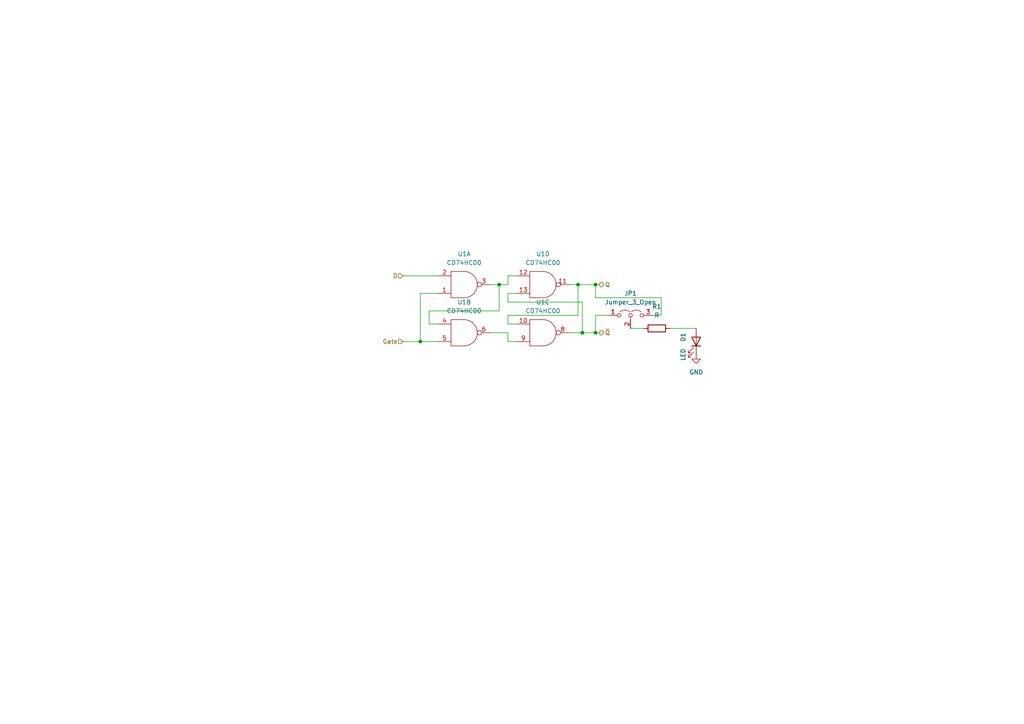
<source format=kicad_sch>
(kicad_sch (version 20211123) (generator eeschema)
  (paper "A4")
  (lib_symbols
    (symbol "CD74HCXX:CD74HC00" (pin_names (offset 0.762))
      (property "Reference" "U" (at -2.54 6.985 0))
      (property "Value" "CD74HC00" (at 1.27 5.08 0))
      (symbol "CD74HC00_0_0"
        (pin power_in line (at -2.54 2.54 0) (length 0) hide (name "VCC") (number "14"))
        (pin power_in line (at -2.54 -2.54 0) (length 0) hide (name "GND") (number "7"))
      )
      (symbol "CD74HC00_0_1"
        (arc (start 0 -3.81) (mid 3.81 0) (end 0 3.81))
        (polyline (pts (xy 0 3.81) (xy -3.81 3.81) (xy -3.81 -3.81) (xy 0 -3.81)))
      )
      (symbol "CD74HC00_0_2"
        (arc (start -4.445 -3.81) (mid -3.175 0) (end -4.445 3.81))
        (arc (start -3.175 -3.81) (mid 0.803 -2.7954) (end 3.81 0))
        (polyline (pts (xy -4.445 -3.81) (xy -3.175 -3.81)))
        (polyline (pts (xy -4.445 3.81) (xy -3.175 3.81)))
        (arc (start 3.81 0) (mid 0.8099 2.8117) (end -3.175 3.81))
      )
      (symbol "CD74HC00_1_1"
        (pin input line (at -7.62 2.54 0) (length 3.81) (name "~") (number "1"))
        (pin input line (at -7.62 -2.54 0) (length 3.81) (name "~") (number "2"))
        (pin output inverted (at 7.62 0 180) (length 3.81) (name "~") (number "3"))
      )
      (symbol "CD74HC00_1_2"
        (pin input inverted (at -7.62 2.54 0) (length 3.81) (name "~") (number "1"))
        (pin input inverted (at -7.62 -2.54 0) (length 3.81) (name "~") (number "2"))
        (pin output line (at 7.62 0 180) (length 3.81) (name "~") (number "3"))
      )
      (symbol "CD74HC00_2_1"
        (pin input line (at -7.62 2.54 0) (length 3.81) (name "~") (number "4"))
        (pin input line (at -7.62 -2.54 0) (length 3.81) (name "~") (number "5"))
        (pin output inverted (at 7.62 0 180) (length 3.81) (name "~") (number "6"))
      )
      (symbol "CD74HC00_2_2"
        (pin input inverted (at -7.62 2.54 0) (length 3.81) (name "~") (number "4"))
        (pin input inverted (at -7.62 -2.54 0) (length 3.81) (name "~") (number "5"))
        (pin output line (at 7.62 0 180) (length 3.81) (name "~") (number "6"))
      )
      (symbol "CD74HC00_3_1"
        (pin input line (at -7.62 -2.54 0) (length 3.81) (name "~") (number "10"))
        (pin output inverted (at 7.62 0 180) (length 3.81) (name "~") (number "8"))
        (pin input line (at -7.62 2.54 0) (length 3.81) (name "~") (number "9"))
      )
      (symbol "CD74HC00_3_2"
        (pin input inverted (at -7.62 -2.54 0) (length 3.81) (name "~") (number "10"))
        (pin output line (at 7.62 0 180) (length 3.81) (name "~") (number "8"))
        (pin input inverted (at -7.62 2.54 0) (length 3.81) (name "~") (number "9"))
      )
      (symbol "CD74HC00_4_1"
        (pin output inverted (at 7.62 0 180) (length 3.81) (name "~") (number "11"))
        (pin input line (at -7.62 2.54 0) (length 3.81) (name "~") (number "12"))
        (pin input line (at -7.62 -2.54 0) (length 3.81) (name "~") (number "13"))
      )
      (symbol "CD74HC00_4_2"
        (pin output line (at 7.62 0 180) (length 3.81) (name "~") (number "11"))
        (pin input inverted (at -7.62 2.54 0) (length 3.81) (name "~") (number "12"))
        (pin input inverted (at -7.62 -2.54 0) (length 3.81) (name "~") (number "13"))
      )
    )
    (symbol "Device:LED" (pin_numbers hide) (pin_names (offset 1.016) hide)
      (property "Reference" "D" (at 0 2.54 0))
      (property "Value" "LED" (at 0 -2.54 0))
      (symbol "LED_0_1"
        (polyline (pts (xy -1.27 -1.27) (xy -1.27 1.27)) (stroke (width 0.254)))
        (polyline (pts (xy -1.27 0) (xy 1.27 0)))
        (polyline (pts (xy 1.27 -1.27) (xy 1.27 1.27) (xy -1.27 0) (xy 1.27 -1.27)) (stroke (width 0.254)))
        (polyline (pts (xy -3.048 -0.762) (xy -4.572 -2.286) (xy -3.81 -2.286) (xy -4.572 -2.286) (xy -4.572 -1.524)))
        (polyline (pts (xy -1.778 -0.762) (xy -3.302 -2.286) (xy -2.54 -2.286) (xy -3.302 -2.286) (xy -3.302 -1.524)))
      )
      (symbol "LED_1_1"
        (pin passive line (at -3.81 0 0) (length 2.54) (name "K") (number "1"))
        (pin passive line (at 3.81 0 180) (length 2.54) (name "A") (number "2"))
      )
    )
    (symbol "Device:R" (pin_numbers hide) (pin_names (offset 0))
      (property "Reference" "R" (at 2.032 0 90))
      (property "Value" "R" (at 0 0 90))
      (symbol "R_0_1"
        (rectangle (start -1.016 -2.54) (end 1.016 2.54) (stroke (width 0.254)))
      )
      (symbol "R_1_1"
        (pin passive line (at 0 3.81 270) (length 1.27) (name "~") (number "1"))
        (pin passive line (at 0 -3.81 90) (length 1.27) (name "~") (number "2"))
      )
    )
    (symbol "Jumper:Jumper_3_Open" (pin_names (offset 0) hide)
      (property "Reference" "JP" (at -2.54 -2.54 0))
      (property "Value" "Jumper_3_Open" (at 0 2.794 0))
      (symbol "Jumper_3_Open_0_0"
        (circle (center -3.302 0) (radius 0.508))
        (circle (center 0 0) (radius 0.508))
        (circle (center 3.302 0) (radius 0.508))
      )
      (symbol "Jumper_3_Open_0_1"
        (arc (start -0.254 1.016) (mid -1.651 1.4992) (end -3.048 1.016))
        (polyline (pts (xy 0 -0.508) (xy 0 -1.27)))
        (arc (start 3.048 1.016) (mid 1.651 1.4992) (end 0.254 1.016))
      )
      (symbol "Jumper_3_Open_1_1"
        (pin passive line (at -6.35 0 0) (length 2.54) (name "A") (number "1"))
        (pin passive line (at 0 -3.81 90) (length 2.54) (name "C") (number "2"))
        (pin passive line (at 6.35 0 180) (length 2.54) (name "B") (number "3"))
      )
    )
    (symbol "power:GND" (power) (pin_names (offset 0))
      (property "Value" "GND" (at 0 -3.81 0))
      (symbol "GND_0_1"
        (polyline (pts (xy 0 0) (xy 0 -1.27) (xy 1.27 -1.27) (xy 0 -2.54) (xy -1.27 -1.27) (xy 0 -1.27)))
      )
      (symbol "GND_1_1"
        (pin power_in line (at 0 0 270) (length 0) hide (name "GND") (number "1"))
      )
    )
  )
  (junction (at 172.72 96.52))
  (junction (at 168.91 96.52))
  (junction (at 144.78 82.55))
  (junction (at 167.64 82.55))
  (junction (at 121.92 99.06))
  (junction (at 172.72 82.55))
  (wire (pts (xy 149.86 93.98) (xy 147.32 93.98)))
  (wire (pts (xy 168.91 96.52) (xy 165.1 96.52)))
  (wire (pts (xy 167.64 82.55) (xy 165.1 82.55)))
  (wire (pts (xy 121.92 85.09) (xy 121.92 99.06)))
  (wire (pts (xy 147.32 85.09) (xy 147.32 87.63)))
  (wire (pts (xy 191.77 91.44) (xy 191.77 86.36)))
  (wire (pts (xy 127 93.98) (xy 124.46 93.98)))
  (wire (pts (xy 167.64 82.55) (xy 172.72 82.55)))
  (wire (pts (xy 124.46 93.98) (xy 124.46 90.17)))
  (wire (pts (xy 172.72 96.52) (xy 173.99 96.52)))
  (wire (pts (xy 142.24 96.52) (xy 147.32 96.52)))
  (wire (pts (xy 168.91 96.52) (xy 172.72 96.52)))
  (wire (pts (xy 127 80.01) (xy 116.84 80.01)))
  (wire (pts (xy 144.78 82.55) (xy 144.78 90.17)))
  (wire (pts (xy 147.32 82.55) (xy 144.78 82.55)))
  (wire (pts (xy 191.77 86.36) (xy 172.72 86.36)))
  (wire (pts (xy 147.32 93.98) (xy 147.32 91.44)))
  (wire (pts (xy 194.31 95.25) (xy 201.93 95.25)))
  (wire (pts (xy 147.32 99.06) (xy 149.86 99.06)))
  (wire (pts (xy 147.32 80.01) (xy 147.32 82.55)))
  (wire (pts (xy 149.86 80.01) (xy 147.32 80.01)))
  (wire (pts (xy 149.86 85.09) (xy 147.32 85.09)))
  (wire (pts (xy 182.88 95.25) (xy 186.69 95.25)))
  (wire (pts (xy 167.64 91.44) (xy 167.64 82.55)))
  (wire (pts (xy 172.72 91.44) (xy 172.72 96.52)))
  (wire (pts (xy 127 85.09) (xy 121.92 85.09)))
  (wire (pts (xy 124.46 90.17) (xy 144.78 90.17)))
  (wire (pts (xy 142.24 82.55) (xy 144.78 82.55)))
  (wire (pts (xy 172.72 82.55) (xy 173.99 82.55)))
  (wire (pts (xy 147.32 91.44) (xy 167.64 91.44)))
  (wire (pts (xy 168.91 87.63) (xy 168.91 96.52)))
  (wire (pts (xy 121.92 99.06) (xy 127 99.06)))
  (wire (pts (xy 147.32 87.63) (xy 168.91 87.63)))
  (wire (pts (xy 189.23 91.44) (xy 191.77 91.44)))
  (wire (pts (xy 147.32 96.52) (xy 147.32 99.06)))
  (wire (pts (xy 176.53 91.44) (xy 172.72 91.44)))
  (wire (pts (xy 116.84 99.06) (xy 121.92 99.06)))
  (wire (pts (xy 172.72 82.55) (xy 172.72 86.36)))
  (hierarchical_label "Q" (shape output) (at 173.99 82.55 0))
  (hierarchical_label "Gate" (shape input) (at 116.84 99.06 180))
  (hierarchical_label "~{Q}" (shape output) (at 173.99 96.52 0))
  (hierarchical_label "D" (shape input) (at 116.84 80.01 180))
  (symbol (lib_id "CD74HCXX:CD74HC00") (at 157.48 96.52 0) (mirror x) (unit 3)
    (property "Reference" "U1" (at 157.48 87.63 0))
    (property "Value" "CD74HC00" (at 157.48 90.17 0))
    (property "Footprint" "Package_DIP:DIP-14_W7.62mm" (effects hide))
  )
  (symbol (lib_id "CD74HCXX:CD74HC00") (at 134.62 82.55 0) (mirror x) (unit 1)
    (property "Reference" "U1" (at 134.62 73.66 0))
    (property "Value" "CD74HC00" (at 134.62 76.2 0))
    (property "Footprint" "Package_DIP:DIP-14_W7.62mm" (effects hide))
  )
  (symbol (lib_id "Device:R") (at 190.5 95.25 90) (unit 1)
    (property "Reference" "R1" (at 190.5 88.9 90))
    (property "Value" "R" (at 190.5 91.44 90))
    (property "Footprint" "Resistor_SMD:R_0603_1608Metric_Pad0.98x0.95mm_HandSolder" (effects hide))
  )
  (symbol (lib_id "CD74HCXX:CD74HC00") (at 157.48 82.55 0) (unit 4)
    (property "Reference" "U1" (at 157.48 73.66 0))
    (property "Value" "CD74HC00" (at 157.48 76.2 0))
    (property "Footprint" "Package_DIP:DIP-14_W7.62mm" (effects hide))
  )
  (symbol (lib_id "Device:LED") (at 201.93 99.06 270) (mirror x) (unit 1)
    (property "Reference" "D1" (at 198.12 97.79 0))
    (property "Value" "LED" (at 198.12 102.87 0))
    (property "Footprint" "LED_THT:LED_D3.0mm" (effects hide))
  )
  (symbol (lib_id "CD74HCXX:CD74HC00") (at 134.62 96.52 0) (unit 2)
    (property "Reference" "U1" (at 134.62 87.63 0))
    (property "Value" "CD74HC00" (at 134.62 90.17 0))
    (property "Footprint" "Package_DIP:DIP-14_W7.62mm" (effects hide))
  )
  (symbol (lib_id "Jumper:Jumper_3_Open") (at 182.88 91.44 0) (unit 1)
    (property "Reference" "JP1" (at 182.88 85.09 0))
    (property "Value" "Jumper_3_Open" (at 182.88 87.63 0))
    (property "Footprint" "Jumper:SolderJumper-3_P1.3mm_Open_Pad1.0x1.5mm_NumberLabels" (effects hide))
  )
  (symbol (lib_id "power:GND") (at 201.93 102.87 0) (unit 1)
    (property "Reference" "#PWR01" (effects hide))
    (property "Value" "GND" (at 201.93 107.95 0))
  )
)
</source>
